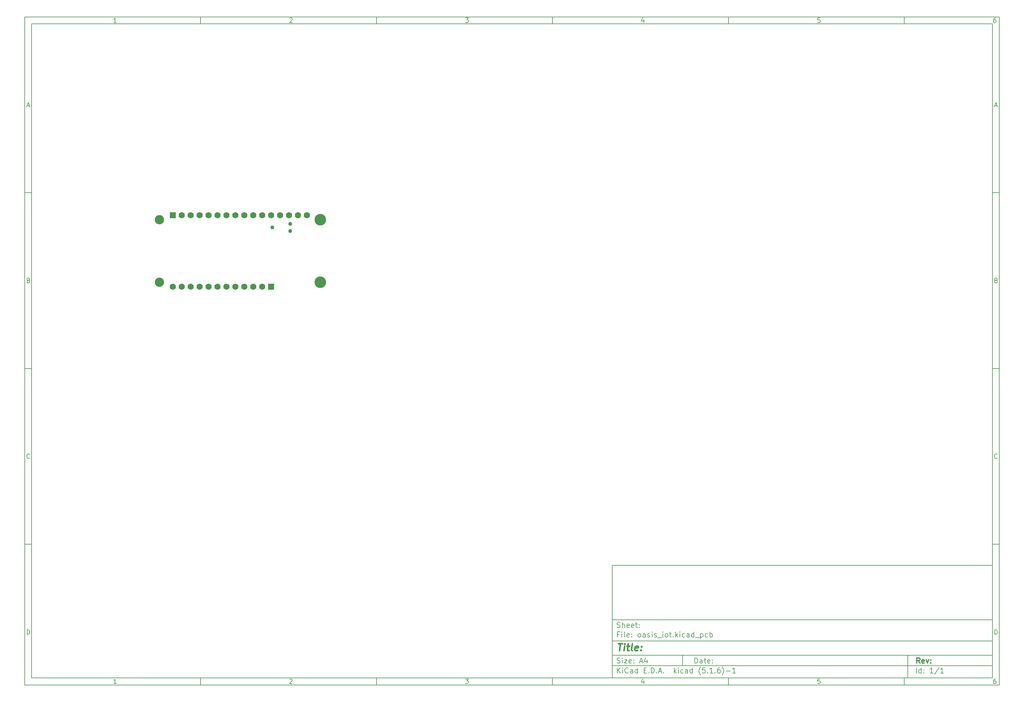
<source format=gbs>
G04 #@! TF.GenerationSoftware,KiCad,Pcbnew,(5.1.6)-1*
G04 #@! TF.CreationDate,2021-06-30T18:45:26-06:00*
G04 #@! TF.ProjectId,oasis_iot,6f617369-735f-4696-9f74-2e6b69636164,rev?*
G04 #@! TF.SameCoordinates,Original*
G04 #@! TF.FileFunction,Soldermask,Bot*
G04 #@! TF.FilePolarity,Negative*
%FSLAX46Y46*%
G04 Gerber Fmt 4.6, Leading zero omitted, Abs format (unit mm)*
G04 Created by KiCad (PCBNEW (5.1.6)-1) date 2021-06-30 18:45:26*
%MOMM*%
%LPD*%
G01*
G04 APERTURE LIST*
%ADD10C,0.100000*%
%ADD11C,0.150000*%
%ADD12C,0.300000*%
%ADD13C,0.400000*%
%ADD14C,1.776400*%
%ADD15R,1.776400X1.776400*%
%ADD16C,2.640000*%
%ADD17C,3.300000*%
%ADD18C,1.091000*%
G04 APERTURE END LIST*
D10*
D11*
X177002200Y-166007200D02*
X177002200Y-198007200D01*
X285002200Y-198007200D01*
X285002200Y-166007200D01*
X177002200Y-166007200D01*
D10*
D11*
X10000000Y-10000000D02*
X10000000Y-200007200D01*
X287002200Y-200007200D01*
X287002200Y-10000000D01*
X10000000Y-10000000D01*
D10*
D11*
X12000000Y-12000000D02*
X12000000Y-198007200D01*
X285002200Y-198007200D01*
X285002200Y-12000000D01*
X12000000Y-12000000D01*
D10*
D11*
X60000000Y-12000000D02*
X60000000Y-10000000D01*
D10*
D11*
X110000000Y-12000000D02*
X110000000Y-10000000D01*
D10*
D11*
X160000000Y-12000000D02*
X160000000Y-10000000D01*
D10*
D11*
X210000000Y-12000000D02*
X210000000Y-10000000D01*
D10*
D11*
X260000000Y-12000000D02*
X260000000Y-10000000D01*
D10*
D11*
X36065476Y-11588095D02*
X35322619Y-11588095D01*
X35694047Y-11588095D02*
X35694047Y-10288095D01*
X35570238Y-10473809D01*
X35446428Y-10597619D01*
X35322619Y-10659523D01*
D10*
D11*
X85322619Y-10411904D02*
X85384523Y-10350000D01*
X85508333Y-10288095D01*
X85817857Y-10288095D01*
X85941666Y-10350000D01*
X86003571Y-10411904D01*
X86065476Y-10535714D01*
X86065476Y-10659523D01*
X86003571Y-10845238D01*
X85260714Y-11588095D01*
X86065476Y-11588095D01*
D10*
D11*
X135260714Y-10288095D02*
X136065476Y-10288095D01*
X135632142Y-10783333D01*
X135817857Y-10783333D01*
X135941666Y-10845238D01*
X136003571Y-10907142D01*
X136065476Y-11030952D01*
X136065476Y-11340476D01*
X136003571Y-11464285D01*
X135941666Y-11526190D01*
X135817857Y-11588095D01*
X135446428Y-11588095D01*
X135322619Y-11526190D01*
X135260714Y-11464285D01*
D10*
D11*
X185941666Y-10721428D02*
X185941666Y-11588095D01*
X185632142Y-10226190D02*
X185322619Y-11154761D01*
X186127380Y-11154761D01*
D10*
D11*
X236003571Y-10288095D02*
X235384523Y-10288095D01*
X235322619Y-10907142D01*
X235384523Y-10845238D01*
X235508333Y-10783333D01*
X235817857Y-10783333D01*
X235941666Y-10845238D01*
X236003571Y-10907142D01*
X236065476Y-11030952D01*
X236065476Y-11340476D01*
X236003571Y-11464285D01*
X235941666Y-11526190D01*
X235817857Y-11588095D01*
X235508333Y-11588095D01*
X235384523Y-11526190D01*
X235322619Y-11464285D01*
D10*
D11*
X285941666Y-10288095D02*
X285694047Y-10288095D01*
X285570238Y-10350000D01*
X285508333Y-10411904D01*
X285384523Y-10597619D01*
X285322619Y-10845238D01*
X285322619Y-11340476D01*
X285384523Y-11464285D01*
X285446428Y-11526190D01*
X285570238Y-11588095D01*
X285817857Y-11588095D01*
X285941666Y-11526190D01*
X286003571Y-11464285D01*
X286065476Y-11340476D01*
X286065476Y-11030952D01*
X286003571Y-10907142D01*
X285941666Y-10845238D01*
X285817857Y-10783333D01*
X285570238Y-10783333D01*
X285446428Y-10845238D01*
X285384523Y-10907142D01*
X285322619Y-11030952D01*
D10*
D11*
X60000000Y-198007200D02*
X60000000Y-200007200D01*
D10*
D11*
X110000000Y-198007200D02*
X110000000Y-200007200D01*
D10*
D11*
X160000000Y-198007200D02*
X160000000Y-200007200D01*
D10*
D11*
X210000000Y-198007200D02*
X210000000Y-200007200D01*
D10*
D11*
X260000000Y-198007200D02*
X260000000Y-200007200D01*
D10*
D11*
X36065476Y-199595295D02*
X35322619Y-199595295D01*
X35694047Y-199595295D02*
X35694047Y-198295295D01*
X35570238Y-198481009D01*
X35446428Y-198604819D01*
X35322619Y-198666723D01*
D10*
D11*
X85322619Y-198419104D02*
X85384523Y-198357200D01*
X85508333Y-198295295D01*
X85817857Y-198295295D01*
X85941666Y-198357200D01*
X86003571Y-198419104D01*
X86065476Y-198542914D01*
X86065476Y-198666723D01*
X86003571Y-198852438D01*
X85260714Y-199595295D01*
X86065476Y-199595295D01*
D10*
D11*
X135260714Y-198295295D02*
X136065476Y-198295295D01*
X135632142Y-198790533D01*
X135817857Y-198790533D01*
X135941666Y-198852438D01*
X136003571Y-198914342D01*
X136065476Y-199038152D01*
X136065476Y-199347676D01*
X136003571Y-199471485D01*
X135941666Y-199533390D01*
X135817857Y-199595295D01*
X135446428Y-199595295D01*
X135322619Y-199533390D01*
X135260714Y-199471485D01*
D10*
D11*
X185941666Y-198728628D02*
X185941666Y-199595295D01*
X185632142Y-198233390D02*
X185322619Y-199161961D01*
X186127380Y-199161961D01*
D10*
D11*
X236003571Y-198295295D02*
X235384523Y-198295295D01*
X235322619Y-198914342D01*
X235384523Y-198852438D01*
X235508333Y-198790533D01*
X235817857Y-198790533D01*
X235941666Y-198852438D01*
X236003571Y-198914342D01*
X236065476Y-199038152D01*
X236065476Y-199347676D01*
X236003571Y-199471485D01*
X235941666Y-199533390D01*
X235817857Y-199595295D01*
X235508333Y-199595295D01*
X235384523Y-199533390D01*
X235322619Y-199471485D01*
D10*
D11*
X285941666Y-198295295D02*
X285694047Y-198295295D01*
X285570238Y-198357200D01*
X285508333Y-198419104D01*
X285384523Y-198604819D01*
X285322619Y-198852438D01*
X285322619Y-199347676D01*
X285384523Y-199471485D01*
X285446428Y-199533390D01*
X285570238Y-199595295D01*
X285817857Y-199595295D01*
X285941666Y-199533390D01*
X286003571Y-199471485D01*
X286065476Y-199347676D01*
X286065476Y-199038152D01*
X286003571Y-198914342D01*
X285941666Y-198852438D01*
X285817857Y-198790533D01*
X285570238Y-198790533D01*
X285446428Y-198852438D01*
X285384523Y-198914342D01*
X285322619Y-199038152D01*
D10*
D11*
X10000000Y-60000000D02*
X12000000Y-60000000D01*
D10*
D11*
X10000000Y-110000000D02*
X12000000Y-110000000D01*
D10*
D11*
X10000000Y-160000000D02*
X12000000Y-160000000D01*
D10*
D11*
X10690476Y-35216666D02*
X11309523Y-35216666D01*
X10566666Y-35588095D02*
X11000000Y-34288095D01*
X11433333Y-35588095D01*
D10*
D11*
X11092857Y-84907142D02*
X11278571Y-84969047D01*
X11340476Y-85030952D01*
X11402380Y-85154761D01*
X11402380Y-85340476D01*
X11340476Y-85464285D01*
X11278571Y-85526190D01*
X11154761Y-85588095D01*
X10659523Y-85588095D01*
X10659523Y-84288095D01*
X11092857Y-84288095D01*
X11216666Y-84350000D01*
X11278571Y-84411904D01*
X11340476Y-84535714D01*
X11340476Y-84659523D01*
X11278571Y-84783333D01*
X11216666Y-84845238D01*
X11092857Y-84907142D01*
X10659523Y-84907142D01*
D10*
D11*
X11402380Y-135464285D02*
X11340476Y-135526190D01*
X11154761Y-135588095D01*
X11030952Y-135588095D01*
X10845238Y-135526190D01*
X10721428Y-135402380D01*
X10659523Y-135278571D01*
X10597619Y-135030952D01*
X10597619Y-134845238D01*
X10659523Y-134597619D01*
X10721428Y-134473809D01*
X10845238Y-134350000D01*
X11030952Y-134288095D01*
X11154761Y-134288095D01*
X11340476Y-134350000D01*
X11402380Y-134411904D01*
D10*
D11*
X10659523Y-185588095D02*
X10659523Y-184288095D01*
X10969047Y-184288095D01*
X11154761Y-184350000D01*
X11278571Y-184473809D01*
X11340476Y-184597619D01*
X11402380Y-184845238D01*
X11402380Y-185030952D01*
X11340476Y-185278571D01*
X11278571Y-185402380D01*
X11154761Y-185526190D01*
X10969047Y-185588095D01*
X10659523Y-185588095D01*
D10*
D11*
X287002200Y-60000000D02*
X285002200Y-60000000D01*
D10*
D11*
X287002200Y-110000000D02*
X285002200Y-110000000D01*
D10*
D11*
X287002200Y-160000000D02*
X285002200Y-160000000D01*
D10*
D11*
X285692676Y-35216666D02*
X286311723Y-35216666D01*
X285568866Y-35588095D02*
X286002200Y-34288095D01*
X286435533Y-35588095D01*
D10*
D11*
X286095057Y-84907142D02*
X286280771Y-84969047D01*
X286342676Y-85030952D01*
X286404580Y-85154761D01*
X286404580Y-85340476D01*
X286342676Y-85464285D01*
X286280771Y-85526190D01*
X286156961Y-85588095D01*
X285661723Y-85588095D01*
X285661723Y-84288095D01*
X286095057Y-84288095D01*
X286218866Y-84350000D01*
X286280771Y-84411904D01*
X286342676Y-84535714D01*
X286342676Y-84659523D01*
X286280771Y-84783333D01*
X286218866Y-84845238D01*
X286095057Y-84907142D01*
X285661723Y-84907142D01*
D10*
D11*
X286404580Y-135464285D02*
X286342676Y-135526190D01*
X286156961Y-135588095D01*
X286033152Y-135588095D01*
X285847438Y-135526190D01*
X285723628Y-135402380D01*
X285661723Y-135278571D01*
X285599819Y-135030952D01*
X285599819Y-134845238D01*
X285661723Y-134597619D01*
X285723628Y-134473809D01*
X285847438Y-134350000D01*
X286033152Y-134288095D01*
X286156961Y-134288095D01*
X286342676Y-134350000D01*
X286404580Y-134411904D01*
D10*
D11*
X285661723Y-185588095D02*
X285661723Y-184288095D01*
X285971247Y-184288095D01*
X286156961Y-184350000D01*
X286280771Y-184473809D01*
X286342676Y-184597619D01*
X286404580Y-184845238D01*
X286404580Y-185030952D01*
X286342676Y-185278571D01*
X286280771Y-185402380D01*
X286156961Y-185526190D01*
X285971247Y-185588095D01*
X285661723Y-185588095D01*
D10*
D11*
X200434342Y-193785771D02*
X200434342Y-192285771D01*
X200791485Y-192285771D01*
X201005771Y-192357200D01*
X201148628Y-192500057D01*
X201220057Y-192642914D01*
X201291485Y-192928628D01*
X201291485Y-193142914D01*
X201220057Y-193428628D01*
X201148628Y-193571485D01*
X201005771Y-193714342D01*
X200791485Y-193785771D01*
X200434342Y-193785771D01*
X202577200Y-193785771D02*
X202577200Y-193000057D01*
X202505771Y-192857200D01*
X202362914Y-192785771D01*
X202077200Y-192785771D01*
X201934342Y-192857200D01*
X202577200Y-193714342D02*
X202434342Y-193785771D01*
X202077200Y-193785771D01*
X201934342Y-193714342D01*
X201862914Y-193571485D01*
X201862914Y-193428628D01*
X201934342Y-193285771D01*
X202077200Y-193214342D01*
X202434342Y-193214342D01*
X202577200Y-193142914D01*
X203077200Y-192785771D02*
X203648628Y-192785771D01*
X203291485Y-192285771D02*
X203291485Y-193571485D01*
X203362914Y-193714342D01*
X203505771Y-193785771D01*
X203648628Y-193785771D01*
X204720057Y-193714342D02*
X204577200Y-193785771D01*
X204291485Y-193785771D01*
X204148628Y-193714342D01*
X204077200Y-193571485D01*
X204077200Y-193000057D01*
X204148628Y-192857200D01*
X204291485Y-192785771D01*
X204577200Y-192785771D01*
X204720057Y-192857200D01*
X204791485Y-193000057D01*
X204791485Y-193142914D01*
X204077200Y-193285771D01*
X205434342Y-193642914D02*
X205505771Y-193714342D01*
X205434342Y-193785771D01*
X205362914Y-193714342D01*
X205434342Y-193642914D01*
X205434342Y-193785771D01*
X205434342Y-192857200D02*
X205505771Y-192928628D01*
X205434342Y-193000057D01*
X205362914Y-192928628D01*
X205434342Y-192857200D01*
X205434342Y-193000057D01*
D10*
D11*
X177002200Y-194507200D02*
X285002200Y-194507200D01*
D10*
D11*
X178434342Y-196585771D02*
X178434342Y-195085771D01*
X179291485Y-196585771D02*
X178648628Y-195728628D01*
X179291485Y-195085771D02*
X178434342Y-195942914D01*
X179934342Y-196585771D02*
X179934342Y-195585771D01*
X179934342Y-195085771D02*
X179862914Y-195157200D01*
X179934342Y-195228628D01*
X180005771Y-195157200D01*
X179934342Y-195085771D01*
X179934342Y-195228628D01*
X181505771Y-196442914D02*
X181434342Y-196514342D01*
X181220057Y-196585771D01*
X181077200Y-196585771D01*
X180862914Y-196514342D01*
X180720057Y-196371485D01*
X180648628Y-196228628D01*
X180577200Y-195942914D01*
X180577200Y-195728628D01*
X180648628Y-195442914D01*
X180720057Y-195300057D01*
X180862914Y-195157200D01*
X181077200Y-195085771D01*
X181220057Y-195085771D01*
X181434342Y-195157200D01*
X181505771Y-195228628D01*
X182791485Y-196585771D02*
X182791485Y-195800057D01*
X182720057Y-195657200D01*
X182577200Y-195585771D01*
X182291485Y-195585771D01*
X182148628Y-195657200D01*
X182791485Y-196514342D02*
X182648628Y-196585771D01*
X182291485Y-196585771D01*
X182148628Y-196514342D01*
X182077200Y-196371485D01*
X182077200Y-196228628D01*
X182148628Y-196085771D01*
X182291485Y-196014342D01*
X182648628Y-196014342D01*
X182791485Y-195942914D01*
X184148628Y-196585771D02*
X184148628Y-195085771D01*
X184148628Y-196514342D02*
X184005771Y-196585771D01*
X183720057Y-196585771D01*
X183577200Y-196514342D01*
X183505771Y-196442914D01*
X183434342Y-196300057D01*
X183434342Y-195871485D01*
X183505771Y-195728628D01*
X183577200Y-195657200D01*
X183720057Y-195585771D01*
X184005771Y-195585771D01*
X184148628Y-195657200D01*
X186005771Y-195800057D02*
X186505771Y-195800057D01*
X186720057Y-196585771D02*
X186005771Y-196585771D01*
X186005771Y-195085771D01*
X186720057Y-195085771D01*
X187362914Y-196442914D02*
X187434342Y-196514342D01*
X187362914Y-196585771D01*
X187291485Y-196514342D01*
X187362914Y-196442914D01*
X187362914Y-196585771D01*
X188077200Y-196585771D02*
X188077200Y-195085771D01*
X188434342Y-195085771D01*
X188648628Y-195157200D01*
X188791485Y-195300057D01*
X188862914Y-195442914D01*
X188934342Y-195728628D01*
X188934342Y-195942914D01*
X188862914Y-196228628D01*
X188791485Y-196371485D01*
X188648628Y-196514342D01*
X188434342Y-196585771D01*
X188077200Y-196585771D01*
X189577200Y-196442914D02*
X189648628Y-196514342D01*
X189577200Y-196585771D01*
X189505771Y-196514342D01*
X189577200Y-196442914D01*
X189577200Y-196585771D01*
X190220057Y-196157200D02*
X190934342Y-196157200D01*
X190077200Y-196585771D02*
X190577200Y-195085771D01*
X191077200Y-196585771D01*
X191577200Y-196442914D02*
X191648628Y-196514342D01*
X191577200Y-196585771D01*
X191505771Y-196514342D01*
X191577200Y-196442914D01*
X191577200Y-196585771D01*
X194577200Y-196585771D02*
X194577200Y-195085771D01*
X194720057Y-196014342D02*
X195148628Y-196585771D01*
X195148628Y-195585771D02*
X194577200Y-196157200D01*
X195791485Y-196585771D02*
X195791485Y-195585771D01*
X195791485Y-195085771D02*
X195720057Y-195157200D01*
X195791485Y-195228628D01*
X195862914Y-195157200D01*
X195791485Y-195085771D01*
X195791485Y-195228628D01*
X197148628Y-196514342D02*
X197005771Y-196585771D01*
X196720057Y-196585771D01*
X196577200Y-196514342D01*
X196505771Y-196442914D01*
X196434342Y-196300057D01*
X196434342Y-195871485D01*
X196505771Y-195728628D01*
X196577200Y-195657200D01*
X196720057Y-195585771D01*
X197005771Y-195585771D01*
X197148628Y-195657200D01*
X198434342Y-196585771D02*
X198434342Y-195800057D01*
X198362914Y-195657200D01*
X198220057Y-195585771D01*
X197934342Y-195585771D01*
X197791485Y-195657200D01*
X198434342Y-196514342D02*
X198291485Y-196585771D01*
X197934342Y-196585771D01*
X197791485Y-196514342D01*
X197720057Y-196371485D01*
X197720057Y-196228628D01*
X197791485Y-196085771D01*
X197934342Y-196014342D01*
X198291485Y-196014342D01*
X198434342Y-195942914D01*
X199791485Y-196585771D02*
X199791485Y-195085771D01*
X199791485Y-196514342D02*
X199648628Y-196585771D01*
X199362914Y-196585771D01*
X199220057Y-196514342D01*
X199148628Y-196442914D01*
X199077200Y-196300057D01*
X199077200Y-195871485D01*
X199148628Y-195728628D01*
X199220057Y-195657200D01*
X199362914Y-195585771D01*
X199648628Y-195585771D01*
X199791485Y-195657200D01*
X202077200Y-197157200D02*
X202005771Y-197085771D01*
X201862914Y-196871485D01*
X201791485Y-196728628D01*
X201720057Y-196514342D01*
X201648628Y-196157200D01*
X201648628Y-195871485D01*
X201720057Y-195514342D01*
X201791485Y-195300057D01*
X201862914Y-195157200D01*
X202005771Y-194942914D01*
X202077200Y-194871485D01*
X203362914Y-195085771D02*
X202648628Y-195085771D01*
X202577200Y-195800057D01*
X202648628Y-195728628D01*
X202791485Y-195657200D01*
X203148628Y-195657200D01*
X203291485Y-195728628D01*
X203362914Y-195800057D01*
X203434342Y-195942914D01*
X203434342Y-196300057D01*
X203362914Y-196442914D01*
X203291485Y-196514342D01*
X203148628Y-196585771D01*
X202791485Y-196585771D01*
X202648628Y-196514342D01*
X202577200Y-196442914D01*
X204077200Y-196442914D02*
X204148628Y-196514342D01*
X204077200Y-196585771D01*
X204005771Y-196514342D01*
X204077200Y-196442914D01*
X204077200Y-196585771D01*
X205577200Y-196585771D02*
X204720057Y-196585771D01*
X205148628Y-196585771D02*
X205148628Y-195085771D01*
X205005771Y-195300057D01*
X204862914Y-195442914D01*
X204720057Y-195514342D01*
X206220057Y-196442914D02*
X206291485Y-196514342D01*
X206220057Y-196585771D01*
X206148628Y-196514342D01*
X206220057Y-196442914D01*
X206220057Y-196585771D01*
X207577200Y-195085771D02*
X207291485Y-195085771D01*
X207148628Y-195157200D01*
X207077200Y-195228628D01*
X206934342Y-195442914D01*
X206862914Y-195728628D01*
X206862914Y-196300057D01*
X206934342Y-196442914D01*
X207005771Y-196514342D01*
X207148628Y-196585771D01*
X207434342Y-196585771D01*
X207577200Y-196514342D01*
X207648628Y-196442914D01*
X207720057Y-196300057D01*
X207720057Y-195942914D01*
X207648628Y-195800057D01*
X207577200Y-195728628D01*
X207434342Y-195657200D01*
X207148628Y-195657200D01*
X207005771Y-195728628D01*
X206934342Y-195800057D01*
X206862914Y-195942914D01*
X208220057Y-197157200D02*
X208291485Y-197085771D01*
X208434342Y-196871485D01*
X208505771Y-196728628D01*
X208577200Y-196514342D01*
X208648628Y-196157200D01*
X208648628Y-195871485D01*
X208577200Y-195514342D01*
X208505771Y-195300057D01*
X208434342Y-195157200D01*
X208291485Y-194942914D01*
X208220057Y-194871485D01*
X209362914Y-196014342D02*
X210505771Y-196014342D01*
X212005771Y-196585771D02*
X211148628Y-196585771D01*
X211577200Y-196585771D02*
X211577200Y-195085771D01*
X211434342Y-195300057D01*
X211291485Y-195442914D01*
X211148628Y-195514342D01*
D10*
D11*
X177002200Y-191507200D02*
X285002200Y-191507200D01*
D10*
D12*
X264411485Y-193785771D02*
X263911485Y-193071485D01*
X263554342Y-193785771D02*
X263554342Y-192285771D01*
X264125771Y-192285771D01*
X264268628Y-192357200D01*
X264340057Y-192428628D01*
X264411485Y-192571485D01*
X264411485Y-192785771D01*
X264340057Y-192928628D01*
X264268628Y-193000057D01*
X264125771Y-193071485D01*
X263554342Y-193071485D01*
X265625771Y-193714342D02*
X265482914Y-193785771D01*
X265197200Y-193785771D01*
X265054342Y-193714342D01*
X264982914Y-193571485D01*
X264982914Y-193000057D01*
X265054342Y-192857200D01*
X265197200Y-192785771D01*
X265482914Y-192785771D01*
X265625771Y-192857200D01*
X265697200Y-193000057D01*
X265697200Y-193142914D01*
X264982914Y-193285771D01*
X266197200Y-192785771D02*
X266554342Y-193785771D01*
X266911485Y-192785771D01*
X267482914Y-193642914D02*
X267554342Y-193714342D01*
X267482914Y-193785771D01*
X267411485Y-193714342D01*
X267482914Y-193642914D01*
X267482914Y-193785771D01*
X267482914Y-192857200D02*
X267554342Y-192928628D01*
X267482914Y-193000057D01*
X267411485Y-192928628D01*
X267482914Y-192857200D01*
X267482914Y-193000057D01*
D10*
D11*
X178362914Y-193714342D02*
X178577200Y-193785771D01*
X178934342Y-193785771D01*
X179077200Y-193714342D01*
X179148628Y-193642914D01*
X179220057Y-193500057D01*
X179220057Y-193357200D01*
X179148628Y-193214342D01*
X179077200Y-193142914D01*
X178934342Y-193071485D01*
X178648628Y-193000057D01*
X178505771Y-192928628D01*
X178434342Y-192857200D01*
X178362914Y-192714342D01*
X178362914Y-192571485D01*
X178434342Y-192428628D01*
X178505771Y-192357200D01*
X178648628Y-192285771D01*
X179005771Y-192285771D01*
X179220057Y-192357200D01*
X179862914Y-193785771D02*
X179862914Y-192785771D01*
X179862914Y-192285771D02*
X179791485Y-192357200D01*
X179862914Y-192428628D01*
X179934342Y-192357200D01*
X179862914Y-192285771D01*
X179862914Y-192428628D01*
X180434342Y-192785771D02*
X181220057Y-192785771D01*
X180434342Y-193785771D01*
X181220057Y-193785771D01*
X182362914Y-193714342D02*
X182220057Y-193785771D01*
X181934342Y-193785771D01*
X181791485Y-193714342D01*
X181720057Y-193571485D01*
X181720057Y-193000057D01*
X181791485Y-192857200D01*
X181934342Y-192785771D01*
X182220057Y-192785771D01*
X182362914Y-192857200D01*
X182434342Y-193000057D01*
X182434342Y-193142914D01*
X181720057Y-193285771D01*
X183077200Y-193642914D02*
X183148628Y-193714342D01*
X183077200Y-193785771D01*
X183005771Y-193714342D01*
X183077200Y-193642914D01*
X183077200Y-193785771D01*
X183077200Y-192857200D02*
X183148628Y-192928628D01*
X183077200Y-193000057D01*
X183005771Y-192928628D01*
X183077200Y-192857200D01*
X183077200Y-193000057D01*
X184862914Y-193357200D02*
X185577200Y-193357200D01*
X184720057Y-193785771D02*
X185220057Y-192285771D01*
X185720057Y-193785771D01*
X186862914Y-192785771D02*
X186862914Y-193785771D01*
X186505771Y-192214342D02*
X186148628Y-193285771D01*
X187077200Y-193285771D01*
D10*
D11*
X263434342Y-196585771D02*
X263434342Y-195085771D01*
X264791485Y-196585771D02*
X264791485Y-195085771D01*
X264791485Y-196514342D02*
X264648628Y-196585771D01*
X264362914Y-196585771D01*
X264220057Y-196514342D01*
X264148628Y-196442914D01*
X264077200Y-196300057D01*
X264077200Y-195871485D01*
X264148628Y-195728628D01*
X264220057Y-195657200D01*
X264362914Y-195585771D01*
X264648628Y-195585771D01*
X264791485Y-195657200D01*
X265505771Y-196442914D02*
X265577200Y-196514342D01*
X265505771Y-196585771D01*
X265434342Y-196514342D01*
X265505771Y-196442914D01*
X265505771Y-196585771D01*
X265505771Y-195657200D02*
X265577200Y-195728628D01*
X265505771Y-195800057D01*
X265434342Y-195728628D01*
X265505771Y-195657200D01*
X265505771Y-195800057D01*
X268148628Y-196585771D02*
X267291485Y-196585771D01*
X267720057Y-196585771D02*
X267720057Y-195085771D01*
X267577200Y-195300057D01*
X267434342Y-195442914D01*
X267291485Y-195514342D01*
X269862914Y-195014342D02*
X268577200Y-196942914D01*
X271148628Y-196585771D02*
X270291485Y-196585771D01*
X270720057Y-196585771D02*
X270720057Y-195085771D01*
X270577200Y-195300057D01*
X270434342Y-195442914D01*
X270291485Y-195514342D01*
D10*
D11*
X177002200Y-187507200D02*
X285002200Y-187507200D01*
D10*
D13*
X178714580Y-188211961D02*
X179857438Y-188211961D01*
X179036009Y-190211961D02*
X179286009Y-188211961D01*
X180274104Y-190211961D02*
X180440771Y-188878628D01*
X180524104Y-188211961D02*
X180416961Y-188307200D01*
X180500295Y-188402438D01*
X180607438Y-188307200D01*
X180524104Y-188211961D01*
X180500295Y-188402438D01*
X181107438Y-188878628D02*
X181869342Y-188878628D01*
X181476485Y-188211961D02*
X181262200Y-189926247D01*
X181333628Y-190116723D01*
X181512200Y-190211961D01*
X181702676Y-190211961D01*
X182655057Y-190211961D02*
X182476485Y-190116723D01*
X182405057Y-189926247D01*
X182619342Y-188211961D01*
X184190771Y-190116723D02*
X183988390Y-190211961D01*
X183607438Y-190211961D01*
X183428866Y-190116723D01*
X183357438Y-189926247D01*
X183452676Y-189164342D01*
X183571723Y-188973866D01*
X183774104Y-188878628D01*
X184155057Y-188878628D01*
X184333628Y-188973866D01*
X184405057Y-189164342D01*
X184381247Y-189354819D01*
X183405057Y-189545295D01*
X185155057Y-190021485D02*
X185238390Y-190116723D01*
X185131247Y-190211961D01*
X185047914Y-190116723D01*
X185155057Y-190021485D01*
X185131247Y-190211961D01*
X185286009Y-188973866D02*
X185369342Y-189069104D01*
X185262200Y-189164342D01*
X185178866Y-189069104D01*
X185286009Y-188973866D01*
X185262200Y-189164342D01*
D10*
D11*
X178934342Y-185600057D02*
X178434342Y-185600057D01*
X178434342Y-186385771D02*
X178434342Y-184885771D01*
X179148628Y-184885771D01*
X179720057Y-186385771D02*
X179720057Y-185385771D01*
X179720057Y-184885771D02*
X179648628Y-184957200D01*
X179720057Y-185028628D01*
X179791485Y-184957200D01*
X179720057Y-184885771D01*
X179720057Y-185028628D01*
X180648628Y-186385771D02*
X180505771Y-186314342D01*
X180434342Y-186171485D01*
X180434342Y-184885771D01*
X181791485Y-186314342D02*
X181648628Y-186385771D01*
X181362914Y-186385771D01*
X181220057Y-186314342D01*
X181148628Y-186171485D01*
X181148628Y-185600057D01*
X181220057Y-185457200D01*
X181362914Y-185385771D01*
X181648628Y-185385771D01*
X181791485Y-185457200D01*
X181862914Y-185600057D01*
X181862914Y-185742914D01*
X181148628Y-185885771D01*
X182505771Y-186242914D02*
X182577200Y-186314342D01*
X182505771Y-186385771D01*
X182434342Y-186314342D01*
X182505771Y-186242914D01*
X182505771Y-186385771D01*
X182505771Y-185457200D02*
X182577200Y-185528628D01*
X182505771Y-185600057D01*
X182434342Y-185528628D01*
X182505771Y-185457200D01*
X182505771Y-185600057D01*
X184577200Y-186385771D02*
X184434342Y-186314342D01*
X184362914Y-186242914D01*
X184291485Y-186100057D01*
X184291485Y-185671485D01*
X184362914Y-185528628D01*
X184434342Y-185457200D01*
X184577200Y-185385771D01*
X184791485Y-185385771D01*
X184934342Y-185457200D01*
X185005771Y-185528628D01*
X185077200Y-185671485D01*
X185077200Y-186100057D01*
X185005771Y-186242914D01*
X184934342Y-186314342D01*
X184791485Y-186385771D01*
X184577200Y-186385771D01*
X186362914Y-186385771D02*
X186362914Y-185600057D01*
X186291485Y-185457200D01*
X186148628Y-185385771D01*
X185862914Y-185385771D01*
X185720057Y-185457200D01*
X186362914Y-186314342D02*
X186220057Y-186385771D01*
X185862914Y-186385771D01*
X185720057Y-186314342D01*
X185648628Y-186171485D01*
X185648628Y-186028628D01*
X185720057Y-185885771D01*
X185862914Y-185814342D01*
X186220057Y-185814342D01*
X186362914Y-185742914D01*
X187005771Y-186314342D02*
X187148628Y-186385771D01*
X187434342Y-186385771D01*
X187577200Y-186314342D01*
X187648628Y-186171485D01*
X187648628Y-186100057D01*
X187577200Y-185957200D01*
X187434342Y-185885771D01*
X187220057Y-185885771D01*
X187077200Y-185814342D01*
X187005771Y-185671485D01*
X187005771Y-185600057D01*
X187077200Y-185457200D01*
X187220057Y-185385771D01*
X187434342Y-185385771D01*
X187577200Y-185457200D01*
X188291485Y-186385771D02*
X188291485Y-185385771D01*
X188291485Y-184885771D02*
X188220057Y-184957200D01*
X188291485Y-185028628D01*
X188362914Y-184957200D01*
X188291485Y-184885771D01*
X188291485Y-185028628D01*
X188934342Y-186314342D02*
X189077200Y-186385771D01*
X189362914Y-186385771D01*
X189505771Y-186314342D01*
X189577200Y-186171485D01*
X189577200Y-186100057D01*
X189505771Y-185957200D01*
X189362914Y-185885771D01*
X189148628Y-185885771D01*
X189005771Y-185814342D01*
X188934342Y-185671485D01*
X188934342Y-185600057D01*
X189005771Y-185457200D01*
X189148628Y-185385771D01*
X189362914Y-185385771D01*
X189505771Y-185457200D01*
X189862914Y-186528628D02*
X191005771Y-186528628D01*
X191362914Y-186385771D02*
X191362914Y-185385771D01*
X191362914Y-184885771D02*
X191291485Y-184957200D01*
X191362914Y-185028628D01*
X191434342Y-184957200D01*
X191362914Y-184885771D01*
X191362914Y-185028628D01*
X192291485Y-186385771D02*
X192148628Y-186314342D01*
X192077200Y-186242914D01*
X192005771Y-186100057D01*
X192005771Y-185671485D01*
X192077200Y-185528628D01*
X192148628Y-185457200D01*
X192291485Y-185385771D01*
X192505771Y-185385771D01*
X192648628Y-185457200D01*
X192720057Y-185528628D01*
X192791485Y-185671485D01*
X192791485Y-186100057D01*
X192720057Y-186242914D01*
X192648628Y-186314342D01*
X192505771Y-186385771D01*
X192291485Y-186385771D01*
X193220057Y-185385771D02*
X193791485Y-185385771D01*
X193434342Y-184885771D02*
X193434342Y-186171485D01*
X193505771Y-186314342D01*
X193648628Y-186385771D01*
X193791485Y-186385771D01*
X194291485Y-186242914D02*
X194362914Y-186314342D01*
X194291485Y-186385771D01*
X194220057Y-186314342D01*
X194291485Y-186242914D01*
X194291485Y-186385771D01*
X195005771Y-186385771D02*
X195005771Y-184885771D01*
X195148628Y-185814342D02*
X195577200Y-186385771D01*
X195577200Y-185385771D02*
X195005771Y-185957200D01*
X196220057Y-186385771D02*
X196220057Y-185385771D01*
X196220057Y-184885771D02*
X196148628Y-184957200D01*
X196220057Y-185028628D01*
X196291485Y-184957200D01*
X196220057Y-184885771D01*
X196220057Y-185028628D01*
X197577200Y-186314342D02*
X197434342Y-186385771D01*
X197148628Y-186385771D01*
X197005771Y-186314342D01*
X196934342Y-186242914D01*
X196862914Y-186100057D01*
X196862914Y-185671485D01*
X196934342Y-185528628D01*
X197005771Y-185457200D01*
X197148628Y-185385771D01*
X197434342Y-185385771D01*
X197577200Y-185457200D01*
X198862914Y-186385771D02*
X198862914Y-185600057D01*
X198791485Y-185457200D01*
X198648628Y-185385771D01*
X198362914Y-185385771D01*
X198220057Y-185457200D01*
X198862914Y-186314342D02*
X198720057Y-186385771D01*
X198362914Y-186385771D01*
X198220057Y-186314342D01*
X198148628Y-186171485D01*
X198148628Y-186028628D01*
X198220057Y-185885771D01*
X198362914Y-185814342D01*
X198720057Y-185814342D01*
X198862914Y-185742914D01*
X200220057Y-186385771D02*
X200220057Y-184885771D01*
X200220057Y-186314342D02*
X200077200Y-186385771D01*
X199791485Y-186385771D01*
X199648628Y-186314342D01*
X199577200Y-186242914D01*
X199505771Y-186100057D01*
X199505771Y-185671485D01*
X199577200Y-185528628D01*
X199648628Y-185457200D01*
X199791485Y-185385771D01*
X200077200Y-185385771D01*
X200220057Y-185457200D01*
X200577200Y-186528628D02*
X201720057Y-186528628D01*
X202077200Y-185385771D02*
X202077200Y-186885771D01*
X202077200Y-185457200D02*
X202220057Y-185385771D01*
X202505771Y-185385771D01*
X202648628Y-185457200D01*
X202720057Y-185528628D01*
X202791485Y-185671485D01*
X202791485Y-186100057D01*
X202720057Y-186242914D01*
X202648628Y-186314342D01*
X202505771Y-186385771D01*
X202220057Y-186385771D01*
X202077200Y-186314342D01*
X204077200Y-186314342D02*
X203934342Y-186385771D01*
X203648628Y-186385771D01*
X203505771Y-186314342D01*
X203434342Y-186242914D01*
X203362914Y-186100057D01*
X203362914Y-185671485D01*
X203434342Y-185528628D01*
X203505771Y-185457200D01*
X203648628Y-185385771D01*
X203934342Y-185385771D01*
X204077200Y-185457200D01*
X204720057Y-186385771D02*
X204720057Y-184885771D01*
X204720057Y-185457200D02*
X204862914Y-185385771D01*
X205148628Y-185385771D01*
X205291485Y-185457200D01*
X205362914Y-185528628D01*
X205434342Y-185671485D01*
X205434342Y-186100057D01*
X205362914Y-186242914D01*
X205291485Y-186314342D01*
X205148628Y-186385771D01*
X204862914Y-186385771D01*
X204720057Y-186314342D01*
D10*
D11*
X177002200Y-181507200D02*
X285002200Y-181507200D01*
D10*
D11*
X178362914Y-183614342D02*
X178577200Y-183685771D01*
X178934342Y-183685771D01*
X179077200Y-183614342D01*
X179148628Y-183542914D01*
X179220057Y-183400057D01*
X179220057Y-183257200D01*
X179148628Y-183114342D01*
X179077200Y-183042914D01*
X178934342Y-182971485D01*
X178648628Y-182900057D01*
X178505771Y-182828628D01*
X178434342Y-182757200D01*
X178362914Y-182614342D01*
X178362914Y-182471485D01*
X178434342Y-182328628D01*
X178505771Y-182257200D01*
X178648628Y-182185771D01*
X179005771Y-182185771D01*
X179220057Y-182257200D01*
X179862914Y-183685771D02*
X179862914Y-182185771D01*
X180505771Y-183685771D02*
X180505771Y-182900057D01*
X180434342Y-182757200D01*
X180291485Y-182685771D01*
X180077200Y-182685771D01*
X179934342Y-182757200D01*
X179862914Y-182828628D01*
X181791485Y-183614342D02*
X181648628Y-183685771D01*
X181362914Y-183685771D01*
X181220057Y-183614342D01*
X181148628Y-183471485D01*
X181148628Y-182900057D01*
X181220057Y-182757200D01*
X181362914Y-182685771D01*
X181648628Y-182685771D01*
X181791485Y-182757200D01*
X181862914Y-182900057D01*
X181862914Y-183042914D01*
X181148628Y-183185771D01*
X183077200Y-183614342D02*
X182934342Y-183685771D01*
X182648628Y-183685771D01*
X182505771Y-183614342D01*
X182434342Y-183471485D01*
X182434342Y-182900057D01*
X182505771Y-182757200D01*
X182648628Y-182685771D01*
X182934342Y-182685771D01*
X183077200Y-182757200D01*
X183148628Y-182900057D01*
X183148628Y-183042914D01*
X182434342Y-183185771D01*
X183577200Y-182685771D02*
X184148628Y-182685771D01*
X183791485Y-182185771D02*
X183791485Y-183471485D01*
X183862914Y-183614342D01*
X184005771Y-183685771D01*
X184148628Y-183685771D01*
X184648628Y-183542914D02*
X184720057Y-183614342D01*
X184648628Y-183685771D01*
X184577200Y-183614342D01*
X184648628Y-183542914D01*
X184648628Y-183685771D01*
X184648628Y-182757200D02*
X184720057Y-182828628D01*
X184648628Y-182900057D01*
X184577200Y-182828628D01*
X184648628Y-182757200D01*
X184648628Y-182900057D01*
D10*
D11*
X197002200Y-191507200D02*
X197002200Y-194507200D01*
D10*
D11*
X261002200Y-191507200D02*
X261002200Y-198007200D01*
D14*
X52080000Y-86750000D03*
D15*
X80020000Y-86750000D03*
D14*
X77480000Y-86750000D03*
X74940000Y-86750000D03*
X72400000Y-86750000D03*
X54620000Y-86750000D03*
X57160000Y-86750000D03*
X59700000Y-86750000D03*
X62240000Y-86750000D03*
X64780000Y-86750000D03*
X67320000Y-86750000D03*
X69860000Y-86750000D03*
D16*
X48270000Y-85480000D03*
X48270000Y-67700000D03*
D17*
X93990000Y-85480000D03*
X93990000Y-67700000D03*
D14*
X90180000Y-66430000D03*
D15*
X52080000Y-66430000D03*
D14*
X57160000Y-66430000D03*
X54620000Y-66430000D03*
X59700000Y-66430000D03*
X87640000Y-66430000D03*
X85100000Y-66430000D03*
X82560000Y-66430000D03*
X64780000Y-66430000D03*
X62240000Y-66430000D03*
X67320000Y-66430000D03*
X80020000Y-66430000D03*
X77480000Y-66430000D03*
X74940000Y-66430000D03*
X69860000Y-66430000D03*
X72400000Y-66430000D03*
D18*
X85450000Y-70910000D03*
X85450000Y-68878000D03*
X80370000Y-69894000D03*
M02*

</source>
